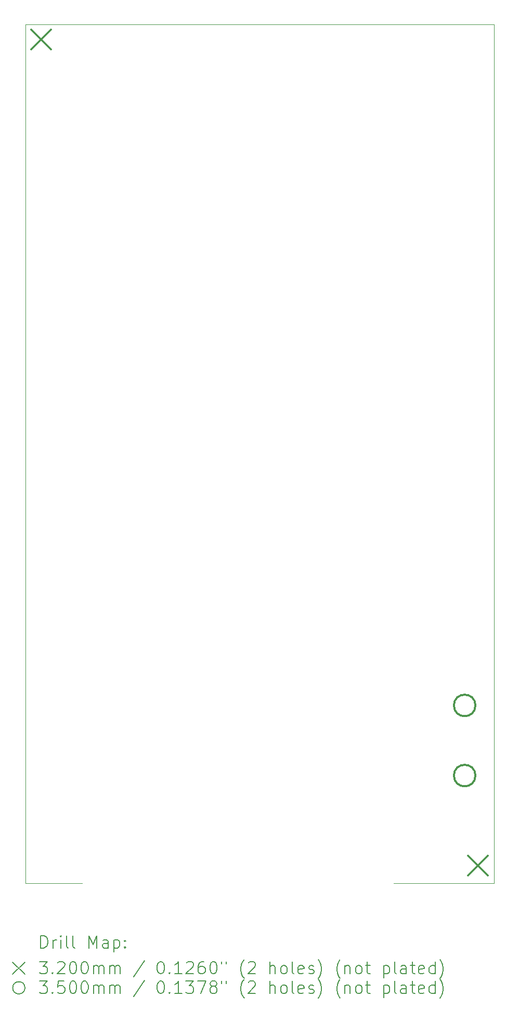
<source format=gbr>
%FSLAX45Y45*%
G04 Gerber Fmt 4.5, Leading zero omitted, Abs format (unit mm)*
G04 Created by KiCad (PCBNEW (6.0.0)) date 2022-03-13 19:33:14*
%MOMM*%
%LPD*%
G01*
G04 APERTURE LIST*
%TA.AperFunction,Profile*%
%ADD10C,0.100000*%
%TD*%
%ADD11C,0.200000*%
%ADD12C,0.320000*%
%ADD13C,0.350000*%
G04 APERTURE END LIST*
D10*
X5654200Y-16103600D02*
X5654200Y-2112600D01*
X5654200Y-2112600D02*
X13284200Y-2112600D01*
X13284200Y-16103600D02*
X13284200Y-2112600D01*
X13284200Y-16103600D02*
X11649200Y-16103600D01*
X6584200Y-16103600D02*
X5654200Y-16103600D01*
D11*
D12*
X5749200Y-2197600D02*
X6069200Y-2517600D01*
X6069200Y-2197600D02*
X5749200Y-2517600D01*
X12862200Y-15658600D02*
X13182200Y-15978600D01*
X13182200Y-15658600D02*
X12862200Y-15978600D01*
D13*
X12983000Y-13208000D02*
G75*
G03*
X12983000Y-13208000I-175000J0D01*
G01*
X12983000Y-14351000D02*
G75*
G03*
X12983000Y-14351000I-175000J0D01*
G01*
D11*
X5906819Y-17160076D02*
X5906819Y-16960076D01*
X5954438Y-16960076D01*
X5983009Y-16969600D01*
X6002057Y-16988648D01*
X6011581Y-17007695D01*
X6021105Y-17045790D01*
X6021105Y-17074362D01*
X6011581Y-17112457D01*
X6002057Y-17131505D01*
X5983009Y-17150552D01*
X5954438Y-17160076D01*
X5906819Y-17160076D01*
X6106819Y-17160076D02*
X6106819Y-17026743D01*
X6106819Y-17064838D02*
X6116343Y-17045790D01*
X6125867Y-17036267D01*
X6144914Y-17026743D01*
X6163962Y-17026743D01*
X6230628Y-17160076D02*
X6230628Y-17026743D01*
X6230628Y-16960076D02*
X6221105Y-16969600D01*
X6230628Y-16979124D01*
X6240152Y-16969600D01*
X6230628Y-16960076D01*
X6230628Y-16979124D01*
X6354438Y-17160076D02*
X6335390Y-17150552D01*
X6325867Y-17131505D01*
X6325867Y-16960076D01*
X6459200Y-17160076D02*
X6440152Y-17150552D01*
X6430628Y-17131505D01*
X6430628Y-16960076D01*
X6687771Y-17160076D02*
X6687771Y-16960076D01*
X6754438Y-17102933D01*
X6821105Y-16960076D01*
X6821105Y-17160076D01*
X7002057Y-17160076D02*
X7002057Y-17055314D01*
X6992533Y-17036267D01*
X6973486Y-17026743D01*
X6935390Y-17026743D01*
X6916343Y-17036267D01*
X7002057Y-17150552D02*
X6983009Y-17160076D01*
X6935390Y-17160076D01*
X6916343Y-17150552D01*
X6906819Y-17131505D01*
X6906819Y-17112457D01*
X6916343Y-17093410D01*
X6935390Y-17083886D01*
X6983009Y-17083886D01*
X7002057Y-17074362D01*
X7097295Y-17026743D02*
X7097295Y-17226743D01*
X7097295Y-17036267D02*
X7116343Y-17026743D01*
X7154438Y-17026743D01*
X7173486Y-17036267D01*
X7183009Y-17045790D01*
X7192533Y-17064838D01*
X7192533Y-17121981D01*
X7183009Y-17141029D01*
X7173486Y-17150552D01*
X7154438Y-17160076D01*
X7116343Y-17160076D01*
X7097295Y-17150552D01*
X7278248Y-17141029D02*
X7287771Y-17150552D01*
X7278248Y-17160076D01*
X7268724Y-17150552D01*
X7278248Y-17141029D01*
X7278248Y-17160076D01*
X7278248Y-17036267D02*
X7287771Y-17045790D01*
X7278248Y-17055314D01*
X7268724Y-17045790D01*
X7278248Y-17036267D01*
X7278248Y-17055314D01*
X5449200Y-17389600D02*
X5649200Y-17589600D01*
X5649200Y-17389600D02*
X5449200Y-17589600D01*
X5887771Y-17380076D02*
X6011581Y-17380076D01*
X5944914Y-17456267D01*
X5973486Y-17456267D01*
X5992533Y-17465790D01*
X6002057Y-17475314D01*
X6011581Y-17494362D01*
X6011581Y-17541981D01*
X6002057Y-17561029D01*
X5992533Y-17570552D01*
X5973486Y-17580076D01*
X5916343Y-17580076D01*
X5897295Y-17570552D01*
X5887771Y-17561029D01*
X6097295Y-17561029D02*
X6106819Y-17570552D01*
X6097295Y-17580076D01*
X6087771Y-17570552D01*
X6097295Y-17561029D01*
X6097295Y-17580076D01*
X6183009Y-17399124D02*
X6192533Y-17389600D01*
X6211581Y-17380076D01*
X6259200Y-17380076D01*
X6278248Y-17389600D01*
X6287771Y-17399124D01*
X6297295Y-17418171D01*
X6297295Y-17437219D01*
X6287771Y-17465790D01*
X6173486Y-17580076D01*
X6297295Y-17580076D01*
X6421105Y-17380076D02*
X6440152Y-17380076D01*
X6459200Y-17389600D01*
X6468724Y-17399124D01*
X6478248Y-17418171D01*
X6487771Y-17456267D01*
X6487771Y-17503886D01*
X6478248Y-17541981D01*
X6468724Y-17561029D01*
X6459200Y-17570552D01*
X6440152Y-17580076D01*
X6421105Y-17580076D01*
X6402057Y-17570552D01*
X6392533Y-17561029D01*
X6383009Y-17541981D01*
X6373486Y-17503886D01*
X6373486Y-17456267D01*
X6383009Y-17418171D01*
X6392533Y-17399124D01*
X6402057Y-17389600D01*
X6421105Y-17380076D01*
X6611581Y-17380076D02*
X6630628Y-17380076D01*
X6649676Y-17389600D01*
X6659200Y-17399124D01*
X6668724Y-17418171D01*
X6678248Y-17456267D01*
X6678248Y-17503886D01*
X6668724Y-17541981D01*
X6659200Y-17561029D01*
X6649676Y-17570552D01*
X6630628Y-17580076D01*
X6611581Y-17580076D01*
X6592533Y-17570552D01*
X6583009Y-17561029D01*
X6573486Y-17541981D01*
X6563962Y-17503886D01*
X6563962Y-17456267D01*
X6573486Y-17418171D01*
X6583009Y-17399124D01*
X6592533Y-17389600D01*
X6611581Y-17380076D01*
X6763962Y-17580076D02*
X6763962Y-17446743D01*
X6763962Y-17465790D02*
X6773486Y-17456267D01*
X6792533Y-17446743D01*
X6821105Y-17446743D01*
X6840152Y-17456267D01*
X6849676Y-17475314D01*
X6849676Y-17580076D01*
X6849676Y-17475314D02*
X6859200Y-17456267D01*
X6878248Y-17446743D01*
X6906819Y-17446743D01*
X6925867Y-17456267D01*
X6935390Y-17475314D01*
X6935390Y-17580076D01*
X7030628Y-17580076D02*
X7030628Y-17446743D01*
X7030628Y-17465790D02*
X7040152Y-17456267D01*
X7059200Y-17446743D01*
X7087771Y-17446743D01*
X7106819Y-17456267D01*
X7116343Y-17475314D01*
X7116343Y-17580076D01*
X7116343Y-17475314D02*
X7125867Y-17456267D01*
X7144914Y-17446743D01*
X7173486Y-17446743D01*
X7192533Y-17456267D01*
X7202057Y-17475314D01*
X7202057Y-17580076D01*
X7592533Y-17370552D02*
X7421105Y-17627695D01*
X7849676Y-17380076D02*
X7868724Y-17380076D01*
X7887771Y-17389600D01*
X7897295Y-17399124D01*
X7906819Y-17418171D01*
X7916343Y-17456267D01*
X7916343Y-17503886D01*
X7906819Y-17541981D01*
X7897295Y-17561029D01*
X7887771Y-17570552D01*
X7868724Y-17580076D01*
X7849676Y-17580076D01*
X7830628Y-17570552D01*
X7821105Y-17561029D01*
X7811581Y-17541981D01*
X7802057Y-17503886D01*
X7802057Y-17456267D01*
X7811581Y-17418171D01*
X7821105Y-17399124D01*
X7830628Y-17389600D01*
X7849676Y-17380076D01*
X8002057Y-17561029D02*
X8011581Y-17570552D01*
X8002057Y-17580076D01*
X7992533Y-17570552D01*
X8002057Y-17561029D01*
X8002057Y-17580076D01*
X8202057Y-17580076D02*
X8087771Y-17580076D01*
X8144914Y-17580076D02*
X8144914Y-17380076D01*
X8125867Y-17408648D01*
X8106819Y-17427695D01*
X8087771Y-17437219D01*
X8278248Y-17399124D02*
X8287771Y-17389600D01*
X8306819Y-17380076D01*
X8354438Y-17380076D01*
X8373486Y-17389600D01*
X8383009Y-17399124D01*
X8392533Y-17418171D01*
X8392533Y-17437219D01*
X8383009Y-17465790D01*
X8268724Y-17580076D01*
X8392533Y-17580076D01*
X8563962Y-17380076D02*
X8525867Y-17380076D01*
X8506819Y-17389600D01*
X8497295Y-17399124D01*
X8478248Y-17427695D01*
X8468724Y-17465790D01*
X8468724Y-17541981D01*
X8478248Y-17561029D01*
X8487771Y-17570552D01*
X8506819Y-17580076D01*
X8544914Y-17580076D01*
X8563962Y-17570552D01*
X8573486Y-17561029D01*
X8583010Y-17541981D01*
X8583010Y-17494362D01*
X8573486Y-17475314D01*
X8563962Y-17465790D01*
X8544914Y-17456267D01*
X8506819Y-17456267D01*
X8487771Y-17465790D01*
X8478248Y-17475314D01*
X8468724Y-17494362D01*
X8706819Y-17380076D02*
X8725867Y-17380076D01*
X8744914Y-17389600D01*
X8754438Y-17399124D01*
X8763962Y-17418171D01*
X8773486Y-17456267D01*
X8773486Y-17503886D01*
X8763962Y-17541981D01*
X8754438Y-17561029D01*
X8744914Y-17570552D01*
X8725867Y-17580076D01*
X8706819Y-17580076D01*
X8687771Y-17570552D01*
X8678248Y-17561029D01*
X8668724Y-17541981D01*
X8659200Y-17503886D01*
X8659200Y-17456267D01*
X8668724Y-17418171D01*
X8678248Y-17399124D01*
X8687771Y-17389600D01*
X8706819Y-17380076D01*
X8849676Y-17380076D02*
X8849676Y-17418171D01*
X8925867Y-17380076D02*
X8925867Y-17418171D01*
X9221105Y-17656267D02*
X9211581Y-17646743D01*
X9192533Y-17618171D01*
X9183010Y-17599124D01*
X9173486Y-17570552D01*
X9163962Y-17522933D01*
X9163962Y-17484838D01*
X9173486Y-17437219D01*
X9183010Y-17408648D01*
X9192533Y-17389600D01*
X9211581Y-17361029D01*
X9221105Y-17351505D01*
X9287771Y-17399124D02*
X9297295Y-17389600D01*
X9316343Y-17380076D01*
X9363962Y-17380076D01*
X9383010Y-17389600D01*
X9392533Y-17399124D01*
X9402057Y-17418171D01*
X9402057Y-17437219D01*
X9392533Y-17465790D01*
X9278248Y-17580076D01*
X9402057Y-17580076D01*
X9640152Y-17580076D02*
X9640152Y-17380076D01*
X9725867Y-17580076D02*
X9725867Y-17475314D01*
X9716343Y-17456267D01*
X9697295Y-17446743D01*
X9668724Y-17446743D01*
X9649676Y-17456267D01*
X9640152Y-17465790D01*
X9849676Y-17580076D02*
X9830629Y-17570552D01*
X9821105Y-17561029D01*
X9811581Y-17541981D01*
X9811581Y-17484838D01*
X9821105Y-17465790D01*
X9830629Y-17456267D01*
X9849676Y-17446743D01*
X9878248Y-17446743D01*
X9897295Y-17456267D01*
X9906819Y-17465790D01*
X9916343Y-17484838D01*
X9916343Y-17541981D01*
X9906819Y-17561029D01*
X9897295Y-17570552D01*
X9878248Y-17580076D01*
X9849676Y-17580076D01*
X10030629Y-17580076D02*
X10011581Y-17570552D01*
X10002057Y-17551505D01*
X10002057Y-17380076D01*
X10183010Y-17570552D02*
X10163962Y-17580076D01*
X10125867Y-17580076D01*
X10106819Y-17570552D01*
X10097295Y-17551505D01*
X10097295Y-17475314D01*
X10106819Y-17456267D01*
X10125867Y-17446743D01*
X10163962Y-17446743D01*
X10183010Y-17456267D01*
X10192533Y-17475314D01*
X10192533Y-17494362D01*
X10097295Y-17513410D01*
X10268724Y-17570552D02*
X10287771Y-17580076D01*
X10325867Y-17580076D01*
X10344914Y-17570552D01*
X10354438Y-17551505D01*
X10354438Y-17541981D01*
X10344914Y-17522933D01*
X10325867Y-17513410D01*
X10297295Y-17513410D01*
X10278248Y-17503886D01*
X10268724Y-17484838D01*
X10268724Y-17475314D01*
X10278248Y-17456267D01*
X10297295Y-17446743D01*
X10325867Y-17446743D01*
X10344914Y-17456267D01*
X10421105Y-17656267D02*
X10430629Y-17646743D01*
X10449676Y-17618171D01*
X10459200Y-17599124D01*
X10468724Y-17570552D01*
X10478248Y-17522933D01*
X10478248Y-17484838D01*
X10468724Y-17437219D01*
X10459200Y-17408648D01*
X10449676Y-17389600D01*
X10430629Y-17361029D01*
X10421105Y-17351505D01*
X10783010Y-17656267D02*
X10773486Y-17646743D01*
X10754438Y-17618171D01*
X10744914Y-17599124D01*
X10735390Y-17570552D01*
X10725867Y-17522933D01*
X10725867Y-17484838D01*
X10735390Y-17437219D01*
X10744914Y-17408648D01*
X10754438Y-17389600D01*
X10773486Y-17361029D01*
X10783010Y-17351505D01*
X10859200Y-17446743D02*
X10859200Y-17580076D01*
X10859200Y-17465790D02*
X10868724Y-17456267D01*
X10887771Y-17446743D01*
X10916343Y-17446743D01*
X10935390Y-17456267D01*
X10944914Y-17475314D01*
X10944914Y-17580076D01*
X11068724Y-17580076D02*
X11049676Y-17570552D01*
X11040152Y-17561029D01*
X11030629Y-17541981D01*
X11030629Y-17484838D01*
X11040152Y-17465790D01*
X11049676Y-17456267D01*
X11068724Y-17446743D01*
X11097295Y-17446743D01*
X11116343Y-17456267D01*
X11125867Y-17465790D01*
X11135390Y-17484838D01*
X11135390Y-17541981D01*
X11125867Y-17561029D01*
X11116343Y-17570552D01*
X11097295Y-17580076D01*
X11068724Y-17580076D01*
X11192533Y-17446743D02*
X11268724Y-17446743D01*
X11221105Y-17380076D02*
X11221105Y-17551505D01*
X11230628Y-17570552D01*
X11249676Y-17580076D01*
X11268724Y-17580076D01*
X11487771Y-17446743D02*
X11487771Y-17646743D01*
X11487771Y-17456267D02*
X11506819Y-17446743D01*
X11544914Y-17446743D01*
X11563962Y-17456267D01*
X11573486Y-17465790D01*
X11583009Y-17484838D01*
X11583009Y-17541981D01*
X11573486Y-17561029D01*
X11563962Y-17570552D01*
X11544914Y-17580076D01*
X11506819Y-17580076D01*
X11487771Y-17570552D01*
X11697295Y-17580076D02*
X11678248Y-17570552D01*
X11668724Y-17551505D01*
X11668724Y-17380076D01*
X11859200Y-17580076D02*
X11859200Y-17475314D01*
X11849676Y-17456267D01*
X11830628Y-17446743D01*
X11792533Y-17446743D01*
X11773486Y-17456267D01*
X11859200Y-17570552D02*
X11840152Y-17580076D01*
X11792533Y-17580076D01*
X11773486Y-17570552D01*
X11763962Y-17551505D01*
X11763962Y-17532457D01*
X11773486Y-17513410D01*
X11792533Y-17503886D01*
X11840152Y-17503886D01*
X11859200Y-17494362D01*
X11925867Y-17446743D02*
X12002057Y-17446743D01*
X11954438Y-17380076D02*
X11954438Y-17551505D01*
X11963962Y-17570552D01*
X11983009Y-17580076D01*
X12002057Y-17580076D01*
X12144914Y-17570552D02*
X12125867Y-17580076D01*
X12087771Y-17580076D01*
X12068724Y-17570552D01*
X12059200Y-17551505D01*
X12059200Y-17475314D01*
X12068724Y-17456267D01*
X12087771Y-17446743D01*
X12125867Y-17446743D01*
X12144914Y-17456267D01*
X12154438Y-17475314D01*
X12154438Y-17494362D01*
X12059200Y-17513410D01*
X12325867Y-17580076D02*
X12325867Y-17380076D01*
X12325867Y-17570552D02*
X12306819Y-17580076D01*
X12268724Y-17580076D01*
X12249676Y-17570552D01*
X12240152Y-17561029D01*
X12230628Y-17541981D01*
X12230628Y-17484838D01*
X12240152Y-17465790D01*
X12249676Y-17456267D01*
X12268724Y-17446743D01*
X12306819Y-17446743D01*
X12325867Y-17456267D01*
X12402057Y-17656267D02*
X12411581Y-17646743D01*
X12430628Y-17618171D01*
X12440152Y-17599124D01*
X12449676Y-17570552D01*
X12459200Y-17522933D01*
X12459200Y-17484838D01*
X12449676Y-17437219D01*
X12440152Y-17408648D01*
X12430628Y-17389600D01*
X12411581Y-17361029D01*
X12402057Y-17351505D01*
X5649200Y-17809600D02*
G75*
G03*
X5649200Y-17809600I-100000J0D01*
G01*
X5887771Y-17700076D02*
X6011581Y-17700076D01*
X5944914Y-17776267D01*
X5973486Y-17776267D01*
X5992533Y-17785790D01*
X6002057Y-17795314D01*
X6011581Y-17814362D01*
X6011581Y-17861981D01*
X6002057Y-17881029D01*
X5992533Y-17890552D01*
X5973486Y-17900076D01*
X5916343Y-17900076D01*
X5897295Y-17890552D01*
X5887771Y-17881029D01*
X6097295Y-17881029D02*
X6106819Y-17890552D01*
X6097295Y-17900076D01*
X6087771Y-17890552D01*
X6097295Y-17881029D01*
X6097295Y-17900076D01*
X6287771Y-17700076D02*
X6192533Y-17700076D01*
X6183009Y-17795314D01*
X6192533Y-17785790D01*
X6211581Y-17776267D01*
X6259200Y-17776267D01*
X6278248Y-17785790D01*
X6287771Y-17795314D01*
X6297295Y-17814362D01*
X6297295Y-17861981D01*
X6287771Y-17881029D01*
X6278248Y-17890552D01*
X6259200Y-17900076D01*
X6211581Y-17900076D01*
X6192533Y-17890552D01*
X6183009Y-17881029D01*
X6421105Y-17700076D02*
X6440152Y-17700076D01*
X6459200Y-17709600D01*
X6468724Y-17719124D01*
X6478248Y-17738171D01*
X6487771Y-17776267D01*
X6487771Y-17823886D01*
X6478248Y-17861981D01*
X6468724Y-17881029D01*
X6459200Y-17890552D01*
X6440152Y-17900076D01*
X6421105Y-17900076D01*
X6402057Y-17890552D01*
X6392533Y-17881029D01*
X6383009Y-17861981D01*
X6373486Y-17823886D01*
X6373486Y-17776267D01*
X6383009Y-17738171D01*
X6392533Y-17719124D01*
X6402057Y-17709600D01*
X6421105Y-17700076D01*
X6611581Y-17700076D02*
X6630628Y-17700076D01*
X6649676Y-17709600D01*
X6659200Y-17719124D01*
X6668724Y-17738171D01*
X6678248Y-17776267D01*
X6678248Y-17823886D01*
X6668724Y-17861981D01*
X6659200Y-17881029D01*
X6649676Y-17890552D01*
X6630628Y-17900076D01*
X6611581Y-17900076D01*
X6592533Y-17890552D01*
X6583009Y-17881029D01*
X6573486Y-17861981D01*
X6563962Y-17823886D01*
X6563962Y-17776267D01*
X6573486Y-17738171D01*
X6583009Y-17719124D01*
X6592533Y-17709600D01*
X6611581Y-17700076D01*
X6763962Y-17900076D02*
X6763962Y-17766743D01*
X6763962Y-17785790D02*
X6773486Y-17776267D01*
X6792533Y-17766743D01*
X6821105Y-17766743D01*
X6840152Y-17776267D01*
X6849676Y-17795314D01*
X6849676Y-17900076D01*
X6849676Y-17795314D02*
X6859200Y-17776267D01*
X6878248Y-17766743D01*
X6906819Y-17766743D01*
X6925867Y-17776267D01*
X6935390Y-17795314D01*
X6935390Y-17900076D01*
X7030628Y-17900076D02*
X7030628Y-17766743D01*
X7030628Y-17785790D02*
X7040152Y-17776267D01*
X7059200Y-17766743D01*
X7087771Y-17766743D01*
X7106819Y-17776267D01*
X7116343Y-17795314D01*
X7116343Y-17900076D01*
X7116343Y-17795314D02*
X7125867Y-17776267D01*
X7144914Y-17766743D01*
X7173486Y-17766743D01*
X7192533Y-17776267D01*
X7202057Y-17795314D01*
X7202057Y-17900076D01*
X7592533Y-17690552D02*
X7421105Y-17947695D01*
X7849676Y-17700076D02*
X7868724Y-17700076D01*
X7887771Y-17709600D01*
X7897295Y-17719124D01*
X7906819Y-17738171D01*
X7916343Y-17776267D01*
X7916343Y-17823886D01*
X7906819Y-17861981D01*
X7897295Y-17881029D01*
X7887771Y-17890552D01*
X7868724Y-17900076D01*
X7849676Y-17900076D01*
X7830628Y-17890552D01*
X7821105Y-17881029D01*
X7811581Y-17861981D01*
X7802057Y-17823886D01*
X7802057Y-17776267D01*
X7811581Y-17738171D01*
X7821105Y-17719124D01*
X7830628Y-17709600D01*
X7849676Y-17700076D01*
X8002057Y-17881029D02*
X8011581Y-17890552D01*
X8002057Y-17900076D01*
X7992533Y-17890552D01*
X8002057Y-17881029D01*
X8002057Y-17900076D01*
X8202057Y-17900076D02*
X8087771Y-17900076D01*
X8144914Y-17900076D02*
X8144914Y-17700076D01*
X8125867Y-17728648D01*
X8106819Y-17747695D01*
X8087771Y-17757219D01*
X8268724Y-17700076D02*
X8392533Y-17700076D01*
X8325867Y-17776267D01*
X8354438Y-17776267D01*
X8373486Y-17785790D01*
X8383009Y-17795314D01*
X8392533Y-17814362D01*
X8392533Y-17861981D01*
X8383009Y-17881029D01*
X8373486Y-17890552D01*
X8354438Y-17900076D01*
X8297295Y-17900076D01*
X8278248Y-17890552D01*
X8268724Y-17881029D01*
X8459200Y-17700076D02*
X8592533Y-17700076D01*
X8506819Y-17900076D01*
X8697295Y-17785790D02*
X8678248Y-17776267D01*
X8668724Y-17766743D01*
X8659200Y-17747695D01*
X8659200Y-17738171D01*
X8668724Y-17719124D01*
X8678248Y-17709600D01*
X8697295Y-17700076D01*
X8735390Y-17700076D01*
X8754438Y-17709600D01*
X8763962Y-17719124D01*
X8773486Y-17738171D01*
X8773486Y-17747695D01*
X8763962Y-17766743D01*
X8754438Y-17776267D01*
X8735390Y-17785790D01*
X8697295Y-17785790D01*
X8678248Y-17795314D01*
X8668724Y-17804838D01*
X8659200Y-17823886D01*
X8659200Y-17861981D01*
X8668724Y-17881029D01*
X8678248Y-17890552D01*
X8697295Y-17900076D01*
X8735390Y-17900076D01*
X8754438Y-17890552D01*
X8763962Y-17881029D01*
X8773486Y-17861981D01*
X8773486Y-17823886D01*
X8763962Y-17804838D01*
X8754438Y-17795314D01*
X8735390Y-17785790D01*
X8849676Y-17700076D02*
X8849676Y-17738171D01*
X8925867Y-17700076D02*
X8925867Y-17738171D01*
X9221105Y-17976267D02*
X9211581Y-17966743D01*
X9192533Y-17938171D01*
X9183010Y-17919124D01*
X9173486Y-17890552D01*
X9163962Y-17842933D01*
X9163962Y-17804838D01*
X9173486Y-17757219D01*
X9183010Y-17728648D01*
X9192533Y-17709600D01*
X9211581Y-17681029D01*
X9221105Y-17671505D01*
X9287771Y-17719124D02*
X9297295Y-17709600D01*
X9316343Y-17700076D01*
X9363962Y-17700076D01*
X9383010Y-17709600D01*
X9392533Y-17719124D01*
X9402057Y-17738171D01*
X9402057Y-17757219D01*
X9392533Y-17785790D01*
X9278248Y-17900076D01*
X9402057Y-17900076D01*
X9640152Y-17900076D02*
X9640152Y-17700076D01*
X9725867Y-17900076D02*
X9725867Y-17795314D01*
X9716343Y-17776267D01*
X9697295Y-17766743D01*
X9668724Y-17766743D01*
X9649676Y-17776267D01*
X9640152Y-17785790D01*
X9849676Y-17900076D02*
X9830629Y-17890552D01*
X9821105Y-17881029D01*
X9811581Y-17861981D01*
X9811581Y-17804838D01*
X9821105Y-17785790D01*
X9830629Y-17776267D01*
X9849676Y-17766743D01*
X9878248Y-17766743D01*
X9897295Y-17776267D01*
X9906819Y-17785790D01*
X9916343Y-17804838D01*
X9916343Y-17861981D01*
X9906819Y-17881029D01*
X9897295Y-17890552D01*
X9878248Y-17900076D01*
X9849676Y-17900076D01*
X10030629Y-17900076D02*
X10011581Y-17890552D01*
X10002057Y-17871505D01*
X10002057Y-17700076D01*
X10183010Y-17890552D02*
X10163962Y-17900076D01*
X10125867Y-17900076D01*
X10106819Y-17890552D01*
X10097295Y-17871505D01*
X10097295Y-17795314D01*
X10106819Y-17776267D01*
X10125867Y-17766743D01*
X10163962Y-17766743D01*
X10183010Y-17776267D01*
X10192533Y-17795314D01*
X10192533Y-17814362D01*
X10097295Y-17833410D01*
X10268724Y-17890552D02*
X10287771Y-17900076D01*
X10325867Y-17900076D01*
X10344914Y-17890552D01*
X10354438Y-17871505D01*
X10354438Y-17861981D01*
X10344914Y-17842933D01*
X10325867Y-17833410D01*
X10297295Y-17833410D01*
X10278248Y-17823886D01*
X10268724Y-17804838D01*
X10268724Y-17795314D01*
X10278248Y-17776267D01*
X10297295Y-17766743D01*
X10325867Y-17766743D01*
X10344914Y-17776267D01*
X10421105Y-17976267D02*
X10430629Y-17966743D01*
X10449676Y-17938171D01*
X10459200Y-17919124D01*
X10468724Y-17890552D01*
X10478248Y-17842933D01*
X10478248Y-17804838D01*
X10468724Y-17757219D01*
X10459200Y-17728648D01*
X10449676Y-17709600D01*
X10430629Y-17681029D01*
X10421105Y-17671505D01*
X10783010Y-17976267D02*
X10773486Y-17966743D01*
X10754438Y-17938171D01*
X10744914Y-17919124D01*
X10735390Y-17890552D01*
X10725867Y-17842933D01*
X10725867Y-17804838D01*
X10735390Y-17757219D01*
X10744914Y-17728648D01*
X10754438Y-17709600D01*
X10773486Y-17681029D01*
X10783010Y-17671505D01*
X10859200Y-17766743D02*
X10859200Y-17900076D01*
X10859200Y-17785790D02*
X10868724Y-17776267D01*
X10887771Y-17766743D01*
X10916343Y-17766743D01*
X10935390Y-17776267D01*
X10944914Y-17795314D01*
X10944914Y-17900076D01*
X11068724Y-17900076D02*
X11049676Y-17890552D01*
X11040152Y-17881029D01*
X11030629Y-17861981D01*
X11030629Y-17804838D01*
X11040152Y-17785790D01*
X11049676Y-17776267D01*
X11068724Y-17766743D01*
X11097295Y-17766743D01*
X11116343Y-17776267D01*
X11125867Y-17785790D01*
X11135390Y-17804838D01*
X11135390Y-17861981D01*
X11125867Y-17881029D01*
X11116343Y-17890552D01*
X11097295Y-17900076D01*
X11068724Y-17900076D01*
X11192533Y-17766743D02*
X11268724Y-17766743D01*
X11221105Y-17700076D02*
X11221105Y-17871505D01*
X11230628Y-17890552D01*
X11249676Y-17900076D01*
X11268724Y-17900076D01*
X11487771Y-17766743D02*
X11487771Y-17966743D01*
X11487771Y-17776267D02*
X11506819Y-17766743D01*
X11544914Y-17766743D01*
X11563962Y-17776267D01*
X11573486Y-17785790D01*
X11583009Y-17804838D01*
X11583009Y-17861981D01*
X11573486Y-17881029D01*
X11563962Y-17890552D01*
X11544914Y-17900076D01*
X11506819Y-17900076D01*
X11487771Y-17890552D01*
X11697295Y-17900076D02*
X11678248Y-17890552D01*
X11668724Y-17871505D01*
X11668724Y-17700076D01*
X11859200Y-17900076D02*
X11859200Y-17795314D01*
X11849676Y-17776267D01*
X11830628Y-17766743D01*
X11792533Y-17766743D01*
X11773486Y-17776267D01*
X11859200Y-17890552D02*
X11840152Y-17900076D01*
X11792533Y-17900076D01*
X11773486Y-17890552D01*
X11763962Y-17871505D01*
X11763962Y-17852457D01*
X11773486Y-17833410D01*
X11792533Y-17823886D01*
X11840152Y-17823886D01*
X11859200Y-17814362D01*
X11925867Y-17766743D02*
X12002057Y-17766743D01*
X11954438Y-17700076D02*
X11954438Y-17871505D01*
X11963962Y-17890552D01*
X11983009Y-17900076D01*
X12002057Y-17900076D01*
X12144914Y-17890552D02*
X12125867Y-17900076D01*
X12087771Y-17900076D01*
X12068724Y-17890552D01*
X12059200Y-17871505D01*
X12059200Y-17795314D01*
X12068724Y-17776267D01*
X12087771Y-17766743D01*
X12125867Y-17766743D01*
X12144914Y-17776267D01*
X12154438Y-17795314D01*
X12154438Y-17814362D01*
X12059200Y-17833410D01*
X12325867Y-17900076D02*
X12325867Y-17700076D01*
X12325867Y-17890552D02*
X12306819Y-17900076D01*
X12268724Y-17900076D01*
X12249676Y-17890552D01*
X12240152Y-17881029D01*
X12230628Y-17861981D01*
X12230628Y-17804838D01*
X12240152Y-17785790D01*
X12249676Y-17776267D01*
X12268724Y-17766743D01*
X12306819Y-17766743D01*
X12325867Y-17776267D01*
X12402057Y-17976267D02*
X12411581Y-17966743D01*
X12430628Y-17938171D01*
X12440152Y-17919124D01*
X12449676Y-17890552D01*
X12459200Y-17842933D01*
X12459200Y-17804838D01*
X12449676Y-17757219D01*
X12440152Y-17728648D01*
X12430628Y-17709600D01*
X12411581Y-17681029D01*
X12402057Y-17671505D01*
M02*

</source>
